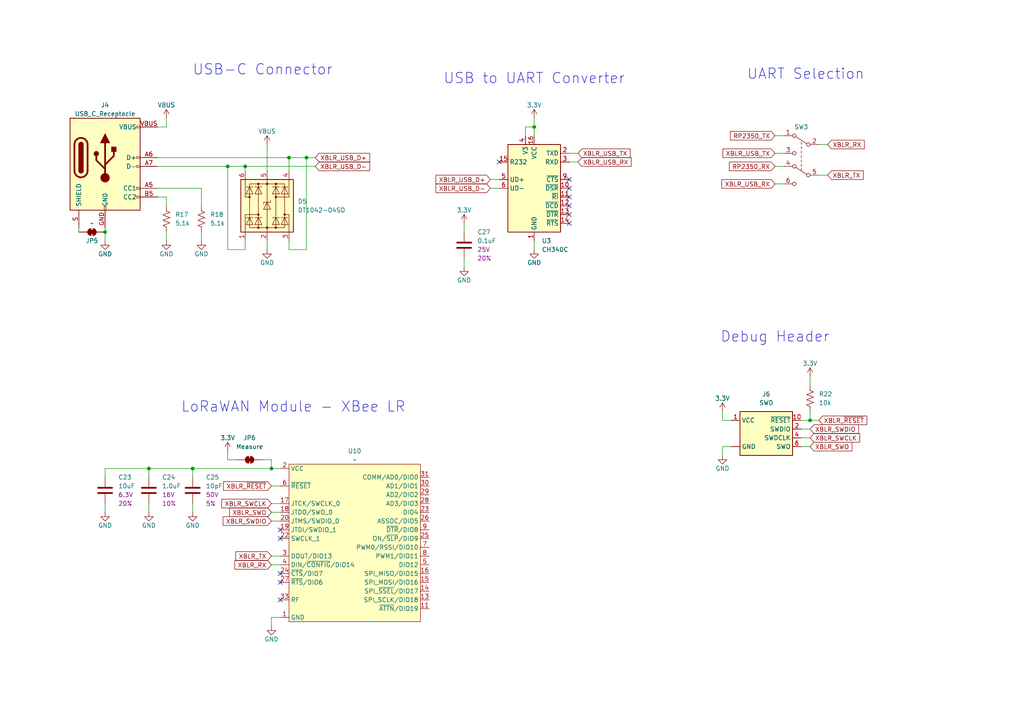
<source format=kicad_sch>
(kicad_sch (version 20231120) (generator "eeschema") (generator_version "8.0")
  (paper "A4")
  (lib_symbols
    (symbol "SparkFun-Capacitor:0.1uF_0603_25V_20%" (pin_numbers hide) (pin_names (offset 0.254))
      (property "Reference" "C" (at 0.635 2.54 0))
      (property "Value" "0.1uF" (at 0.635 -2.54 0))
      (property "Voltage" "25V" (at 0 -6.35 0))
      (property "Tolerance" "20%" (at 0 -8.89 0))
      (symbol "0.1uF_0603_25V_20%_0_1"
        (polyline (pts (xy -2.032 -0.762) (xy 2.032 -0.762)) (stroke (width 0.508)))
        (polyline (pts (xy -2.032 0.762) (xy 2.032 0.762)) (stroke (width 0.508)))
      )
      (symbol "0.1uF_0603_25V_20%_1_1"
        (pin passive line (at 0 3.81 270) (length 2.794) (name "~") (number "1"))
        (pin passive line (at 0 -3.81 90) (length 2.794) (name "~") (number "2"))
      )
    )
    (symbol "SparkFun-Capacitor:1.0uF_0603_16V_10%" (pin_numbers hide) (pin_names (offset 0.254))
      (property "Reference" "C" (at 0.635 2.54 0))
      (property "Value" "1.0uF" (at 0.635 -2.54 0))
      (property "Voltage" "16V" (at 0 -6.35 0))
      (property "Tolerance" "10%" (at 0 -8.89 0))
      (symbol "1.0uF_0603_16V_10%_0_1"
        (polyline (pts (xy -2.032 -0.762) (xy 2.032 -0.762)) (stroke (width 0.508)))
        (polyline (pts (xy -2.032 0.762) (xy 2.032 0.762)) (stroke (width 0.508)))
      )
      (symbol "1.0uF_0603_16V_10%_1_1"
        (pin passive line (at 0 3.81 270) (length 2.794) (name "~") (number "1"))
        (pin passive line (at 0 -3.81 90) (length 2.794) (name "~") (number "2"))
      )
    )
    (symbol "SparkFun-Capacitor:10pF_0603_50V_5%" (pin_numbers hide) (pin_names (offset 0.254))
      (property "Reference" "C" (at 0.635 2.54 0))
      (property "Value" "10pF" (at 0.635 -2.54 0))
      (property "Voltage" "50V" (at 0 -6.35 0))
      (property "Tolerance" "5%" (at 0 -8.89 0))
      (symbol "10pF_0603_50V_5%_0_1"
        (polyline (pts (xy -2.032 -0.762) (xy 2.032 -0.762)) (stroke (width 0.508)))
        (polyline (pts (xy -2.032 0.762) (xy 2.032 0.762)) (stroke (width 0.508)))
      )
      (symbol "10pF_0603_50V_5%_1_1"
        (pin passive line (at 0 3.81 270) (length 2.794) (name "~") (number "1"))
        (pin passive line (at 0 -3.81 90) (length 2.794) (name "~") (number "2"))
      )
    )
    (symbol "SparkFun-Capacitor:10uF_0603_6.3V_20%" (pin_numbers hide) (pin_names (offset 0.254))
      (property "Reference" "C" (at 0.635 2.54 0))
      (property "Value" "10uF" (at 0.635 -2.54 0))
      (property "Voltage" "6.3V" (at 0 -6.35 0))
      (property "Tolerance" "20%" (at 0 -8.89 0))
      (symbol "10uF_0603_6.3V_20%_0_1"
        (polyline (pts (xy -2.032 -0.762) (xy 2.032 -0.762)) (stroke (width 0.508)))
        (polyline (pts (xy -2.032 0.762) (xy 2.032 0.762)) (stroke (width 0.508)))
      )
      (symbol "10uF_0603_6.3V_20%_1_1"
        (pin passive line (at 0 3.81 270) (length 2.794) (name "~") (number "1"))
        (pin passive line (at 0 -3.81 90) (length 2.794) (name "~") (number "2"))
      )
    )
    (symbol "SparkFun-Connector:Debug-Cortex-2x5-SMD-Unshrouded"
      (property "Reference" "J" (at 0 8.89 0))
      (property "Value" "SWD" (at 0 -7.62 0))
      (symbol "Debug-Cortex-2x5-SMD-Unshrouded_1_0"
        (pin power_in line (at -10.16 5.08 0) (length 2.54) (name "VCC") (number "1"))
        (pin open_collector line (at 10.16 5.08 180) (length 2.54) (name "~{RESET}") (number "10"))
        (pin bidirectional line (at 10.16 2.54 180) (length 2.54) (name "SWDIO") (number "2"))
        (pin power_in line (at -10.16 -2.54 0) (length 2.54) (name "GND") (number "3"))
        (pin output line (at 10.16 0 180) (length 2.54) (name "SWDCLK") (number "4"))
        (pin power_in line (at -10.16 -2.54 0) (length 2.54) hide (name "GND") (number "5"))
        (pin input line (at 10.16 -2.54 180) (length 2.54) (name "SWO") (number "6"))
        (pin input line (at -10.16 -2.54 0) (length 2.54) hide (name "GND") (number "9"))
      )
      (symbol "Debug-Cortex-2x5-SMD-Unshrouded_1_1"
        (rectangle (start -7.62 7.62) (end 7.62 -5.08) (stroke (width 0.254)) (fill (type background)))
      )
    )
    (symbol "SparkFun-Connector:USB_C_Receptacle" (pin_names (offset 1.016))
      (property "Reference" "J" (at -10.16 12.7 0))
      (property "Value" "USB_C_Receptacle" (at 19.05 12.7 0))
      (symbol "USB_C_Receptacle_0_0"
        (rectangle (start -0.254 -15.24) (end 0.254 -14.224))
        (rectangle (start 10.16 -11.176) (end 9.144 -11.684))
        (rectangle (start 10.16 -8.636) (end 9.144 -9.144))
        (rectangle (start 10.16 -2.286) (end 9.144 -2.794))
        (rectangle (start 10.16 0.254) (end 9.144 -0.254))
        (rectangle (start 10.16 9.144) (end 9.144 8.636))
      )
      (symbol "USB_C_Receptacle_0_1"
        (rectangle (start -10.16 11.43) (end 10.16 -15.24) (stroke (width 0.254)) (fill (type background)))
        (arc (start -8.89 -3.81) (mid -6.985 -5.7067) (end -5.08 -3.81) (stroke (width 0.508)))
        (arc (start -7.62 -3.81) (mid -6.985 -4.4423) (end -6.35 -3.81) (stroke (width 0.254)))
        (arc (start -7.62 -3.81) (mid -6.985 -4.4423) (end -6.35 -3.81) (stroke (width 0.254)) (fill (type outline)))
        (rectangle (start -7.62 -3.81) (end -6.35 3.81) (stroke (width 0.254)) (fill (type outline)))
        (arc (start -6.35 3.81) (mid -6.985 4.4423) (end -7.62 3.81) (stroke (width 0.254)))
        (arc (start -6.35 3.81) (mid -6.985 4.4423) (end -7.62 3.81) (stroke (width 0.254)) (fill (type outline)))
        (arc (start -5.08 3.81) (mid -6.985 5.7067) (end -8.89 3.81) (stroke (width 0.508)))
        (circle (center -2.54 1.143) (radius 0.635) (stroke (width 0.254)) (fill (type outline)))
        (circle (center 0 -5.842) (radius 1.27) (fill (type outline)))
        (polyline (pts (xy -8.89 -3.81) (xy -8.89 3.81)) (stroke (width 0.508)))
        (polyline (pts (xy -5.08 3.81) (xy -5.08 -3.81)) (stroke (width 0.508)))
        (polyline (pts (xy 0 -5.842) (xy 0 4.318)) (stroke (width 0.508)))
        (polyline (pts (xy 0 -3.302) (xy -2.54 -0.762) (xy -2.54 0.508)) (stroke (width 0.508)))
        (polyline (pts (xy 0 -2.032) (xy 2.54 0.508) (xy 2.54 1.778)) (stroke (width 0.508)))
        (polyline (pts (xy -1.27 4.318) (xy 0 6.858) (xy 1.27 4.318) (xy -1.27 4.318)) (stroke (width 0.254)) (fill (type outline)))
        (rectangle (start 1.905 1.778) (end 3.175 3.048) (stroke (width 0.254)) (fill (type outline)))
      )
      (symbol "USB_C_Receptacle_1_1"
        (pin bidirectional line (at 15.24 -8.89 180) (length 5.08) (name "CC1") (number "A5"))
        (pin bidirectional line (at 15.24 0 180) (length 5.08) (name "D+") (number "A6"))
        (pin bidirectional line (at 15.24 -2.54 180) (length 5.08) (name "D-") (number "A7"))
        (pin no_connect line (at 3.81 -15.24 90) (length 5.08) hide (name "NC") (number "A8"))
        (pin bidirectional line (at 15.24 -11.43 180) (length 5.08) (name "CC2") (number "B5"))
        (pin bidirectional line (at 15.24 0 180) (length 5.08) hide (name "D+") (number "B6"))
        (pin bidirectional line (at 15.24 -2.54 180) (length 5.08) hide (name "D-") (number "B7"))
        (pin no_connect line (at 3.81 -15.24 90) (length 5.08) hide (name "NC") (number "B8"))
        (pin passive line (at 0 -20.32 90) (length 5.08) (name "GND") (number "GND"))
        (pin no_connect line (at -2.54 -15.24 90) (length 5.08) hide (name "NC") (number "NC1"))
        (pin no_connect line (at -2.54 -15.24 90) (length 5.08) hide (name "NC") (number "NC2"))
        (pin no_connect line (at -2.54 -15.24 90) (length 5.08) hide (name "NC") (number "NC3"))
        (pin passive line (at -7.62 -20.32 90) (length 5.08) (name "SHIELD") (number "S"))
        (pin passive line (at 15.24 8.89 180) (length 5.08) (name "VBUS") (number "VBUS"))
      )
    )
    (symbol "SparkFun-DiscreteSemi:D_TVS_ESD_USB" (pin_names hide)
      (property "Reference" "D" (at -8.636 -2.794 90))
      (property "Value" "DT1042-04SO" (at 9.398 -8.382 90))
      (symbol "D_TVS_ESD_USB_0_1"
        (circle (center -5.08 1.27) (radius 0.254) (fill (type outline)))
        (circle (center -2.54 -7.62) (radius 0.254) (fill (type outline)))
        (circle (center -2.54 -3.81) (radius 0.254) (fill (type outline)))
        (circle (center -2.54 5.08) (radius 0.254) (fill (type outline)))
        (rectangle (start -2.54 5.08) (end 2.54 -7.62))
        (circle (center 0 -7.62) (radius 0.254) (fill (type outline)))
        (polyline (pts (xy -5.08 1.27) (xy -6.35 1.27)))
        (polyline (pts (xy -4.064 -4.699) (xy -6.096 -4.699)))
        (polyline (pts (xy -4.064 4.191) (xy -6.096 4.191)))
        (polyline (pts (xy -2.54 -3.81) (xy -6.35 -3.81)))
        (polyline (pts (xy -1.524 -4.699) (xy -3.556 -4.699)))
        (polyline (pts (xy -1.524 4.191) (xy -3.556 4.191)))
        (polyline (pts (xy 0 -8.89) (xy 0 -7.62)))
        (polyline (pts (xy 0 -7.62) (xy 0 0)))
        (polyline (pts (xy 0 0) (xy 0 5.08)))
        (polyline (pts (xy 0 5.08) (xy 0 6.35)))
        (polyline (pts (xy 1.524 -4.699) (xy 3.556 -4.699)))
        (polyline (pts (xy 1.524 4.191) (xy 3.556 4.191)))
        (polyline (pts (xy 2.54 1.27) (xy 6.35 1.27)))
        (polyline (pts (xy 4.064 -4.699) (xy 6.096 -4.699)))
        (polyline (pts (xy 4.064 4.191) (xy 6.096 4.191)))
        (polyline (pts (xy 5.08 -3.81) (xy 6.35 -3.81)))
        (polyline (pts (xy -6.096 -6.731) (xy -4.064 -6.731) (xy -5.08 -4.699) (xy -6.096 -6.731)))
        (polyline (pts (xy -6.096 2.159) (xy -4.064 2.159) (xy -5.08 4.191) (xy -6.096 2.159)))
        (polyline (pts (xy -3.556 -6.731) (xy -1.524 -6.731) (xy -2.54 -4.699) (xy -3.556 -6.731)))
        (polyline (pts (xy -3.556 2.159) (xy -1.524 2.159) (xy -2.54 4.191) (xy -3.556 2.159)))
        (polyline (pts (xy -2.54 5.08) (xy -5.08 5.08) (xy -5.08 -7.62) (xy -2.54 -7.62)))
        (polyline (pts (xy -1.016 -2.286) (xy 1.016 -2.286) (xy 0 -0.254) (xy -1.016 -2.286)))
        (polyline (pts (xy 1.0152 0.2684) (xy 1.0152 -0.2538) (xy -1.016 -0.254) (xy -1.016 -0.762)))
        (polyline (pts (xy 2.54 5.08) (xy 5.08 5.08) (xy 5.08 -7.62) (xy 2.54 -7.62)))
        (polyline (pts (xy 3.556 -6.731) (xy 1.524 -6.731) (xy 2.54 -4.699) (xy 3.556 -6.731)))
        (polyline (pts (xy 3.556 2.159) (xy 1.524 2.159) (xy 2.54 4.191) (xy 3.556 2.159)))
        (polyline (pts (xy 6.096 -6.731) (xy 4.064 -6.731) (xy 5.08 -4.699) (xy 6.096 -6.731)))
        (polyline (pts (xy 6.096 2.159) (xy 4.064 2.159) (xy 5.08 4.191) (xy 6.096 2.159)))
        (circle (center 0 5.08) (radius 0.254) (fill (type outline)))
        (circle (center 2.54 -7.62) (radius 0.254) (fill (type outline)))
        (circle (center 2.54 1.27) (radius 0.254) (fill (type outline)))
        (circle (center 2.54 5.08) (radius 0.254) (fill (type outline)))
        (circle (center 5.08 -3.81) (radius 0.254) (fill (type outline)))
      )
      (symbol "D_TVS_ESD_USB_1_1"
        (rectangle (start -7.62 6.35) (end 7.62 -8.89) (stroke (width 0.254)) (fill (type background)))
        (polyline (pts (xy -6.35 -8.89) (xy -6.35 -3.81)))
        (polyline (pts (xy -6.35 6.35) (xy -6.35 1.27)))
        (polyline (pts (xy 6.35 -3.81) (xy 6.35 -8.89)))
        (polyline (pts (xy 6.35 1.27) (xy 6.35 6.35)))
        (pin passive line (at -6.35 -11.43 90) (length 2.54) (name "I/O1") (number "1"))
        (pin passive line (at 0 -11.43 90) (length 2.54) (name "GND") (number "2"))
        (pin passive line (at 6.35 -11.43 90) (length 2.54) (name "I/O2") (number "3"))
        (pin passive line (at 6.35 8.89 270) (length 2.54) (name "I/O3") (number "4"))
        (pin passive line (at 0 8.89 270) (length 2.54) (name "VCC") (number "5"))
        (pin passive line (at -6.35 8.89 270) (length 2.54) (name "I/O4") (number "6"))
      )
    )
    (symbol "SparkFun-IC-Comm:CH340C"
      (property "Reference" "U" (at 2.1941 -15.24 0))
      (property "Value" "CH340C" (at 2.1941 -17.78 0))
      (symbol "CH340C_0_1"
        (rectangle (start -7.62 12.7) (end 7.62 -12.7) (stroke (width 0.254)) (fill (type background)))
      )
      (symbol "CH340C_1_1"
        (pin power_in line (at 0 -15.24 90) (length 2.54) (name "GND") (number "1"))
        (pin input line (at 10.16 0 180) (length 2.54) (name "~{DSR}") (number "10"))
        (pin input line (at 10.16 -2.54 180) (length 2.54) (name "~{RI}") (number "11"))
        (pin input line (at 10.16 -5.08 180) (length 2.54) (name "~{DCD}") (number "12"))
        (pin output line (at 10.16 -7.62 180) (length 2.54) (name "~{DTR}") (number "13"))
        (pin output line (at 10.16 -10.16 180) (length 2.54) (name "~{RTS}") (number "14"))
        (pin input line (at -10.16 7.62 0) (length 2.54) (name "R232") (number "15"))
        (pin power_in line (at 0 15.24 270) (length 2.54) (name "VCC") (number "16"))
        (pin output line (at 10.16 10.16 180) (length 2.54) (name "TXD") (number "2"))
        (pin input line (at 10.16 7.62 180) (length 2.54) (name "RXD") (number "3"))
        (pin passive line (at -2.54 15.24 270) (length 2.54) (name "V3") (number "4"))
        (pin bidirectional line (at -10.16 2.54 0) (length 2.54) (name "UD+") (number "5"))
        (pin bidirectional line (at -10.16 0 0) (length 2.54) (name "UD-") (number "6"))
        (pin no_connect line (at -7.62 -7.62 0) (length 2.54) hide (name "NC") (number "7"))
        (pin no_connect line (at -7.62 -10.16 0) (length 2.54) hide (name "NC") (number "8"))
        (pin input line (at 10.16 2.54 180) (length 2.54) (name "~{CTS}") (number "9"))
      )
    )
    (symbol "SparkFun-Jumper:Jumper_Measure" (pin_numbers hide) (pin_names (offset 0) hide)
      (property "Reference" "JP" (at 0 2.032 0))
      (property "Value" "Measure" (at 0 -2.54 0))
      (symbol "Jumper_Measure_0_1"
        (rectangle (start -0.508 0.508) (end 0.508 -0.508) (fill (type outline)))
        (arc (start -0.254 1.016) (mid -1.2656 0) (end -0.254 -1.016))
        (arc (start -0.254 1.016) (mid -1.2656 0) (end -0.254 -1.016) (fill (type outline)))
        (polyline (pts (xy -0.254 1.016) (xy -0.254 -1.016)))
        (polyline (pts (xy 0.254 1.016) (xy 0.254 -1.016)))
        (arc (start 0.254 -1.016) (mid 1.2656 0) (end 0.254 1.016))
        (arc (start 0.254 -1.016) (mid 1.2656 0) (end 0.254 1.016) (fill (type outline)))
      )
      (symbol "Jumper_Measure_1_1"
        (pin passive line (at -3.81 0 0) (length 2.54) (name "A") (number "1"))
        (pin passive line (at 3.81 0 180) (length 2.54) (name "B") (number "2"))
      )
    )
    (symbol "SparkFun-Jumper:SolderJumper_2_Bridged" (pin_numbers hide) (pin_names (offset 0) hide)
      (property "Reference" "JP" (at 0 2.032 0))
      (property "Value" "~" (at 0 -2.54 0))
      (symbol "SolderJumper_2_Bridged_0_1"
        (rectangle (start -0.508 0.508) (end 0.508 -0.508) (fill (type outline)))
        (arc (start -0.254 1.016) (mid -1.2656 0) (end -0.254 -1.016))
        (arc (start -0.254 1.016) (mid -1.2656 0) (end -0.254 -1.016) (fill (type outline)))
        (polyline (pts (xy -0.254 1.016) (xy -0.254 -1.016)))
        (polyline (pts (xy 0.254 1.016) (xy 0.254 -1.016)))
        (arc (start 0.254 -1.016) (mid 1.2656 0) (end 0.254 1.016))
        (arc (start 0.254 -1.016) (mid 1.2656 0) (end 0.254 1.016) (fill (type outline)))
      )
      (symbol "SolderJumper_2_Bridged_1_1"
        (pin passive line (at -3.81 0 0) (length 2.54) (name "A") (number "1"))
        (pin passive line (at 3.81 0 180) (length 2.54) (name "B") (number "2"))
      )
    )
    (symbol "SparkFun-PowerSymbol:3.3V" (power) (pin_names (offset 0))
      (property "Value" "3.3V" (at 0 3.81 0))
      (symbol "3.3V_0_1"
        (polyline (pts (xy -0.762 1.27) (xy 0 2.54)))
        (polyline (pts (xy 0 0) (xy 0 2.54)))
        (polyline (pts (xy 0 2.54) (xy 0.762 1.27)))
      )
      (symbol "3.3V_1_1"
        (pin power_in line (at 0 0 90) (length 0) hide (name "3.3V") (number "1"))
      )
    )
    (symbol "SparkFun-PowerSymbol:GND" (power) (pin_names (offset 0))
      (property "Value" "GND" (at 0 -3.81 0))
      (symbol "GND_0_1"
        (polyline (pts (xy 0 0) (xy 0 -1.27) (xy 1.27 -1.27) (xy 0 -2.54) (xy -1.27 -1.27) (xy 0 -1.27)))
      )
      (symbol "GND_1_1"
        (pin power_in line (at 0 0 270) (length 0) hide (name "GND") (number "1"))
      )
    )
    (symbol "SparkFun-PowerSymbol:VBUS" (power) (pin_names (offset 0))
      (property "Value" "VBUS" (at 0 3.81 0))
      (symbol "VBUS_0_1"
        (polyline (pts (xy -0.762 1.27) (xy 0 2.54)))
        (polyline (pts (xy 0 0) (xy 0 2.54)))
        (polyline (pts (xy 0 2.54) (xy 0.762 1.27)))
      )
      (symbol "VBUS_1_1"
        (pin power_in line (at 0 0 90) (length 0) hide (name "VBUS") (number "1"))
      )
    )
    (symbol "SparkFun-Resistor:10k_0603" (pin_numbers hide) (pin_names (offset 0))
      (property "Reference" "R" (at 0 -2.54 0))
      (property "Value" "10k" (at 0 2.54 0))
      (symbol "10k_0603_0_1"
        (polyline (pts (xy -2.286 0) (xy -2.54 0)))
        (polyline (pts (xy 2.286 0) (xy 2.54 0)))
        (polyline (pts (xy -0.762 0) (xy -1.143 -1.016) (xy -1.524 0) (xy -1.905 1.016) (xy -2.286 0)))
        (polyline (pts (xy 0.762 0) (xy 0.381 -1.016) (xy 0 0) (xy -0.381 1.016) (xy -0.762 0)))
        (polyline (pts (xy 2.286 0) (xy 1.905 -1.016) (xy 1.524 0) (xy 1.143 1.016) (xy 0.762 0)))
      )
      (symbol "10k_0603_1_1"
        (pin passive line (at 3.81 0 180) (length 1.27) (name "~") (number "1"))
        (pin passive line (at -3.81 0 0) (length 1.27) (name "~") (number "2"))
      )
    )
    (symbol "SparkFun-Resistor:5.1k_0603" (pin_numbers hide) (pin_names (offset 0))
      (property "Reference" "R" (at 0 -2.54 0))
      (property "Value" "5.1k" (at 0 2.54 0))
      (symbol "5.1k_0603_0_1"
        (polyline (pts (xy -2.286 0) (xy -2.54 0)))
        (polyline (pts (xy 2.286 0) (xy 2.54 0)))
        (polyline (pts (xy -0.762 0) (xy -1.143 -1.016) (xy -1.524 0) (xy -1.905 1.016) (xy -2.286 0)))
        (polyline (pts (xy 0.762 0) (xy 0.381 -1.016) (xy 0 0) (xy -0.381 1.016) (xy -0.762 0)))
        (polyline (pts (xy 2.286 0) (xy 1.905 -1.016) (xy 1.524 0) (xy 1.143 1.016) (xy 0.762 0)))
      )
      (symbol "5.1k_0603_1_1"
        (pin passive line (at 3.81 0 180) (length 1.27) (name "~") (number "1"))
        (pin passive line (at -3.81 0 0) (length 1.27) (name "~") (number "2"))
      )
    )
    (symbol "SparkFun-Switch:DPDT_Slide_SMD_7.2x3.5mm" (pin_names (offset 0) hide)
      (property "Reference" "SW" (at 0 4.318 0))
      (property "Value" "DPDT_Slide_SMD_7.2x3.5mm" (at 0 -13.97 0))
      (symbol "DPDT_Slide_SMD_7.2x3.5mm_0_0"
        (circle (center -2.032 -8.89) (radius 0.508))
        (circle (center -2.032 0) (radius 0.508))
        (polyline (pts (xy 0 -7.62) (xy 0 -6.985)))
        (polyline (pts (xy 0 -6.35) (xy 0 -5.715)))
        (polyline (pts (xy 0 -5.08) (xy 0 -4.445)))
        (polyline (pts (xy 0 -3.81) (xy 0 -3.175)))
        (polyline (pts (xy 0 -2.54) (xy 0 -1.905)))
        (polyline (pts (xy 0 -1.27) (xy 0 -0.635)))
        (polyline (pts (xy 0 0) (xy 0 0.635)))
        (circle (center 2.032 -11.43) (radius 0.508))
        (circle (center 2.032 -2.54) (radius 0.508))
      )
      (symbol "DPDT_Slide_SMD_7.2x3.5mm_0_1"
        (polyline (pts (xy -1.524 -8.636) (xy 1.651 -6.604)))
        (polyline (pts (xy -1.524 0.254) (xy 1.651 2.286)))
        (circle (center 2.032 -6.35) (radius 0.508))
        (circle (center 2.032 2.54) (radius 0.508))
      )
      (symbol "DPDT_Slide_SMD_7.2x3.5mm_1_1"
        (pin passive line (at 5.08 2.54 180) (length 2.54) (name "A") (number "1"))
        (pin passive line (at -5.08 0 0) (length 2.54) (name "B") (number "2"))
        (pin passive line (at 5.08 -2.54 180) (length 2.54) (name "C") (number "3"))
        (pin passive line (at 5.08 -6.35 180) (length 2.54) (name "A") (number "4"))
        (pin passive line (at -5.08 -8.89 0) (length 2.54) (name "B") (number "5"))
        (pin passive line (at 5.08 -11.43 180) (length 2.54) (name "C") (number "6"))
      )
    )
    (symbol "SparkFun_IoT_Node_LoRaWAN:XBee_LR"
      (property "Reference" "U" (at 0 0 0))
      (symbol "XBee_LR_1_1"
        (rectangle (start -19.05 22.86) (end 19.05 -22.86) (fill (type background)))
        (pin power_in line (at -21.59 -21.59 0) (length 2.54) (name "GND") (number "1"))
        (pin power_in line (at -21.59 -21.59 0) (length 2.54) hide (name "GND") (number "10"))
        (pin bidirectional line (at 21.59 -19.05 180) (length 2.54) (name "~{ATTN}/DIO19") (number "11"))
        (pin power_in line (at -21.59 -21.59 0) (length 2.54) hide (name "GND") (number "12"))
        (pin bidirectional line (at 21.59 -16.51 180) (length 2.54) (name "SPI_SCLK/DIO18") (number "13"))
        (pin bidirectional line (at 21.59 -13.97 180) (length 2.54) (name "SPI_~{SSEL}/DIO17") (number "14"))
        (pin bidirectional line (at 21.59 -11.43 180) (length 2.54) (name "SPI_MOSI/DIO16") (number "15"))
        (pin bidirectional line (at 21.59 -8.89 180) (length 2.54) (name "SPI_MISO/DIO15") (number "16"))
        (pin input line (at -21.59 11.43 0) (length 2.54) (name "JTCK/SWCLK_0") (number "17"))
        (pin output line (at -21.59 8.89 0) (length 2.54) (name "JTDO/SWO_0") (number "18"))
        (pin bidirectional line (at -21.59 3.81 0) (length 2.54) (name "JTDI/SWDIO_1") (number "19"))
        (pin power_in line (at -21.59 21.59 0) (length 2.54) (name "VCC") (number "2"))
        (pin bidirectional line (at -21.59 6.35 0) (length 2.54) (name "JTMS/SWDIO_0") (number "20"))
        (pin power_in line (at -21.59 -21.59 0) (length 2.54) hide (name "GND") (number "21"))
        (pin input line (at -21.59 1.27 0) (length 2.54) (name "SWCLK_1") (number "22"))
        (pin bidirectional line (at 21.59 8.89 180) (length 2.54) (name "DIO4") (number "23"))
        (pin bidirectional line (at -21.59 -8.89 0) (length 2.54) (name "~{CTS}/DIO7") (number "24"))
        (pin bidirectional line (at 21.59 1.27 180) (length 2.54) (name "ON/~{SLP}/DIO9") (number "25"))
        (pin bidirectional line (at 21.59 6.35 180) (length 2.54) (name "ASSOC/DIO5") (number "26"))
        (pin bidirectional line (at -21.59 -11.43 0) (length 2.54) (name "~{RTS}/DIO6") (number "27"))
        (pin bidirectional line (at 21.59 11.43 180) (length 2.54) (name "AD3/DIO3") (number "28"))
        (pin bidirectional line (at 21.59 13.97 180) (length 2.54) (name "AD2/DIO2") (number "29"))
        (pin bidirectional line (at -21.59 -3.81 0) (length 2.54) (name "DOUT/DIO13") (number "3"))
        (pin bidirectional line (at 21.59 16.51 180) (length 2.54) (name "AD1/DIO1") (number "30"))
        (pin bidirectional line (at 21.59 19.05 180) (length 2.54) (name "COMM/AD0/DIO0") (number "31"))
        (pin power_in line (at -21.59 -21.59 0) (length 2.54) hide (name "GND") (number "32"))
        (pin bidirectional line (at -21.59 -16.51 0) (length 2.54) (name "RF") (number "33"))
        (pin power_in line (at -21.59 -21.59 0) (length 2.54) hide (name "GND") (number "34"))
        (pin bidirectional line (at -21.59 -6.35 0) (length 2.54) (name "DIN/~{CONFIG}/DIO14") (number "4"))
        (pin bidirectional line (at 21.59 -6.35 180) (length 2.54) (name "DIO12") (number "5"))
        (pin input line (at -21.59 16.51 0) (length 2.54) (name "~{RESET}") (number "6"))
        (pin bidirectional line (at 21.59 -1.27 180) (length 2.54) (name "PWM0/RSSI/DIO10") (number "7"))
        (pin bidirectional line (at 21.59 -3.81 180) (length 2.54) (name "PWM1/DIO11") (number "8"))
        (pin bidirectional line (at 21.59 3.81 180) (length 2.54) (name "~{DTR}/DIO8") (number "9"))
      )
    )
  )
  (junction (at 30.48 67.31))
  (junction (at 66.04 48.26))
  (junction (at 43.18 135.89))
  (junction (at 78.74 135.89))
  (junction (at 55.88 135.89))
  (junction (at 88.9 45.72))
  (junction (at 154.94 36.83))
  (junction (at 71.12 48.26))
  (junction (at 234.95 121.92))
  (junction (at 83.82 45.72))
  (no_connect (at 81.28 156.21))
  (no_connect (at 81.28 168.91))
  (no_connect (at 165.1 54.61))
  (no_connect (at 81.28 166.37))
  (no_connect (at 165.1 59.69))
  (no_connect (at 81.28 153.67))
  (no_connect (at 165.1 62.23))
  (no_connect (at 165.1 57.15))
  (no_connect (at 165.1 52.07))
  (no_connect (at 144.78 46.99))
  (no_connect (at 81.28 173.99))
  (no_connect (at 165.1 64.77))
  (wire (pts (xy 224.79 39.37) (xy 227.33 39.37)))
  (wire (pts (xy 237.49 121.92) (xy 234.95 121.92)))
  (wire (pts (xy 234.95 121.92) (xy 232.41 121.92)))
  (wire (pts (xy 88.9 45.72) (xy 88.9 72.39)))
  (wire (pts (xy 234.95 127) (xy 232.41 127)))
  (wire (pts (xy 78.74 140.97) (xy 81.28 140.97)))
  (wire (pts (xy 71.12 72.39) (xy 66.04 72.39)))
  (wire (pts (xy 55.88 148.59) (xy 55.88 146.05)))
  (wire (pts (xy 209.55 129.54) (xy 209.55 132.08)))
  (wire (pts (xy 43.18 135.89) (xy 55.88 135.89)))
  (wire (pts (xy 212.09 129.54) (xy 209.55 129.54)))
  (wire (pts (xy 45.72 54.61) (xy 58.42 54.61)))
  (wire (pts (xy 224.79 48.26) (xy 227.33 48.26)))
  (wire (pts (xy 152.4 36.83) (xy 154.94 36.83)))
  (wire (pts (xy 134.62 74.93) (xy 134.62 77.47)))
  (wire (pts (xy 78.74 161.29) (xy 81.28 161.29)))
  (wire (pts (xy 43.18 138.43) (xy 43.18 135.89)))
  (wire (pts (xy 30.48 138.43) (xy 30.48 135.89)))
  (wire (pts (xy 240.03 41.91) (xy 237.49 41.91)))
  (wire (pts (xy 144.78 52.07) (xy 142.24 52.07)))
  (wire (pts (xy 78.74 179.07) (xy 78.74 181.61)))
  (wire (pts (xy 78.74 151.13) (xy 81.28 151.13)))
  (wire (pts (xy 77.47 69.85) (xy 77.47 72.39)))
  (wire (pts (xy 234.95 119.38) (xy 234.95 121.92)))
  (wire (pts (xy 167.64 46.99) (xy 165.1 46.99)))
  (wire (pts (xy 66.04 48.26) (xy 66.04 72.39)))
  (wire (pts (xy 209.55 121.92) (xy 209.55 119.38)))
  (wire (pts (xy 45.72 57.15) (xy 48.26 57.15)))
  (wire (pts (xy 45.72 45.72) (xy 83.82 45.72)))
  (wire (pts (xy 30.48 66.04) (xy 30.48 67.31)))
  (wire (pts (xy 209.55 121.92) (xy 212.09 121.92)))
  (wire (pts (xy 78.74 163.83) (xy 81.28 163.83)))
  (wire (pts (xy 48.26 57.15) (xy 48.26 59.69)))
  (wire (pts (xy 71.12 48.26) (xy 91.44 48.26)))
  (wire (pts (xy 45.72 36.83) (xy 48.26 36.83)))
  (wire (pts (xy 154.94 36.83) (xy 154.94 39.37)))
  (wire (pts (xy 78.74 146.05) (xy 81.28 146.05)))
  (wire (pts (xy 71.12 48.26) (xy 71.12 49.53)))
  (wire (pts (xy 71.12 69.85) (xy 71.12 72.39)))
  (wire (pts (xy 77.47 41.91) (xy 77.47 49.53)))
  (wire (pts (xy 144.78 54.61) (xy 142.24 54.61)))
  (wire (pts (xy 55.88 135.89) (xy 78.74 135.89)))
  (wire (pts (xy 22.86 66.04) (xy 22.86 67.31)))
  (wire (pts (xy 78.74 135.89) (xy 81.28 135.89)))
  (wire (pts (xy 154.94 34.29) (xy 154.94 36.83)))
  (wire (pts (xy 68.58 133.35) (xy 66.04 133.35)))
  (wire (pts (xy 55.88 138.43) (xy 55.88 135.89)))
  (wire (pts (xy 152.4 39.37) (xy 152.4 36.83)))
  (wire (pts (xy 134.62 64.77) (xy 134.62 67.31)))
  (wire (pts (xy 234.95 109.22) (xy 234.95 111.76)))
  (wire (pts (xy 48.26 67.31) (xy 48.26 69.85)))
  (wire (pts (xy 58.42 67.31) (xy 58.42 69.85)))
  (wire (pts (xy 30.48 148.59) (xy 30.48 146.05)))
  (wire (pts (xy 88.9 45.72) (xy 91.44 45.72)))
  (wire (pts (xy 154.94 72.39) (xy 154.94 69.85)))
  (wire (pts (xy 83.82 72.39) (xy 88.9 72.39)))
  (wire (pts (xy 58.42 54.61) (xy 58.42 59.69)))
  (wire (pts (xy 30.48 135.89) (xy 43.18 135.89)))
  (wire (pts (xy 83.82 45.72) (xy 83.82 49.53)))
  (wire (pts (xy 83.82 72.39) (xy 83.82 69.85)))
  (wire (pts (xy 224.79 53.34) (xy 227.33 53.34)))
  (wire (pts (xy 224.79 44.45) (xy 227.33 44.45)))
  (wire (pts (xy 83.82 45.72) (xy 88.9 45.72)))
  (wire (pts (xy 78.74 148.59) (xy 81.28 148.59)))
  (wire (pts (xy 30.48 67.31) (xy 30.48 69.85)))
  (wire (pts (xy 78.74 133.35) (xy 78.74 135.89)))
  (wire (pts (xy 45.72 48.26) (xy 66.04 48.26)))
  (wire (pts (xy 167.64 44.45) (xy 165.1 44.45)))
  (wire (pts (xy 81.28 179.07) (xy 78.74 179.07)))
  (wire (pts (xy 43.18 148.59) (xy 43.18 146.05)))
  (wire (pts (xy 66.04 48.26) (xy 71.12 48.26)))
  (wire (pts (xy 240.03 50.8) (xy 237.49 50.8)))
  (wire (pts (xy 48.26 36.83) (xy 48.26 34.29)))
  (wire (pts (xy 66.04 133.35) (xy 66.04 130.81)))
  (wire (pts (xy 234.95 129.54) (xy 232.41 129.54)))
  (wire (pts (xy 234.95 124.46) (xy 232.41 124.46)))
  (wire (pts (xy 76.2 133.35) (xy 78.74 133.35)))
  (text "Debug Header" (at 224.79 97.79 0) (effects (font (size 3 3))))
  (text "USB to UART Converter" (at 154.94 22.86 0) (effects (font (size 3 3))))
  (text "LoRaWAN Module - XBee LR" (at 85.09 118.11 0) (effects (font (size 3 3))))
  (text "UART Selection" (at 233.68 21.59 0) (effects (font (size 3 3))))
  (text "USB-C Connector" (at 76.2 20.32 0) (effects (font (size 3 3))))
  (global_label "XBLR_RX" (shape input) (at 78.74 163.83 180) (property "Intersheetrefs" "${INTERSHEET_REFS}" (effects (hide yes))))
  (global_label "XBLR_USB_D-" (shape input) (at 142.24 54.61 180) (property "Intersheetrefs" "${INTERSHEET_REFS}" (effects (hide yes))))
  (global_label "XBLR_USB_D-" (shape input) (at 91.44 48.26 0) (property "Intersheetrefs" "${INTERSHEET_REFS}" (effects (hide yes))))
  (global_label "XBLR_RX" (shape input) (at 240.03 41.91 0) (property "Intersheetrefs" "${INTERSHEET_REFS}" (effects (hide yes))))
  (global_label "XBLR_TX" (shape input) (at 78.74 161.29 180) (property "Intersheetrefs" "${INTERSHEET_REFS}" (effects (hide yes))))
  (global_label "XBLR_~{RESET}" (shape input) (at 237.49 121.92 0) (property "Intersheetrefs" "${INTERSHEET_REFS}" (effects (hide yes))))
  (global_label "XBLR_USB_RX" (shape input) (at 167.64 46.99 0) (property "Intersheetrefs" "${INTERSHEET_REFS}" (effects (hide yes))))
  (global_label "XBLR_SWO" (shape input) (at 234.95 129.54 0) (property "Intersheetrefs" "${INTERSHEET_REFS}" (effects (hide yes))))
  (global_label "XBLR_USB_RX" (shape input) (at 224.79 53.34 180) (property "Intersheetrefs" "${INTERSHEET_REFS}" (effects (hide yes))))
  (global_label "XBLR_USB_D+" (shape input) (at 91.44 45.72 0) (property "Intersheetrefs" "${INTERSHEET_REFS}" (effects (hide yes))))
  (global_label "RP2350_TX" (shape input) (at 224.79 39.37 180) (property "Intersheetrefs" "${INTERSHEET_REFS}" (effects (hide yes))))
  (global_label "XBLR_SWCLK" (shape input) (at 78.74 146.05 180) (property "Intersheetrefs" "${INTERSHEET_REFS}" (effects (hide yes))))
  (global_label "XBLR_SWCLK" (shape input) (at 234.95 127 0) (property "Intersheetrefs" "${INTERSHEET_REFS}" (effects (hide yes))))
  (global_label "XBLR_SWDIO" (shape input) (at 78.74 151.13 180) (property "Intersheetrefs" "${INTERSHEET_REFS}" (effects (hide yes))))
  (global_label "XBLR_~{RESET}" (shape input) (at 78.74 140.97 180) (property "Intersheetrefs" "${INTERSHEET_REFS}" (effects (hide yes))))
  (global_label "XBLR_SWO" (shape input) (at 78.74 148.59 180) (property "Intersheetrefs" "${INTERSHEET_REFS}" (effects (hide yes))))
  (global_label "RP2350_RX" (shape input) (at 224.79 48.26 180) (property "Intersheetrefs" "${INTERSHEET_REFS}" (effects (hide yes))))
  (global_label "XBLR_SWDIO" (shape input) (at 234.95 124.46 0) (property "Intersheetrefs" "${INTERSHEET_REFS}" (effects (hide yes))))
  (global_label "XBLR_USB_TX" (shape input) (at 167.64 44.45 0) (property "Intersheetrefs" "${INTERSHEET_REFS}" (effects (hide yes))))
  (global_label "XBLR_USB_TX" (shape input) (at 224.79 44.45 180) (property "Intersheetrefs" "${INTERSHEET_REFS}" (effects (hide yes))))
  (global_label "XBLR_TX" (shape input) (at 240.03 50.8 0) (property "Intersheetrefs" "${INTERSHEET_REFS}" (effects (hide yes))))
  (global_label "XBLR_USB_D+" (shape input) (at 142.24 52.07 180) (property "Intersheetrefs" "${INTERSHEET_REFS}" (effects (hide yes))))
  (symbol (lib_id "SparkFun-Connector:Debug-Cortex-2x5-SMD-Unshrouded") (at 222.25 127 0) (unit 1)
    (property "Reference" "J6" (at 222.25 114.3 0))
    (property "Value" "SWD" (at 222.25 116.84 0))
    (property "Footprint" "SparkFun-Connector:2x5_1.27mm_SMD_Unshrouded" (effects (hide yes)))
    (property "Datasheet" "https://cdn.sparkfun.com/assets/f/7/4/1/5/21200.pdf" (effects (hide yes)))
    (property "Description" "Cortex Debug Connector 10 pin" (effects (hide yes)))
    (property "PROD_ID" "CONN-15353" (effects (hide yes)))
  )
  (symbol (lib_id "SparkFun-PowerSymbol:3.3V") (at 66.04 130.81 0) (unit 1)
    (property "Reference" "#PWR0101" (effects (hide yes)))
    (property "Value" "3.3V" (at 66.04 127 0))
    (property "Description" "Power symbol creates a global label with name \"3.3V\"" (effects (hide yes)))
  )
  (symbol (lib_id "SparkFun-PowerSymbol:GND") (at 134.62 77.47 0) (unit 1)
    (property "Reference" "#PWR0109" (effects (hide yes)))
    (property "Value" "GND" (at 134.62 81.28 0))
    (property "Description" "Power symbol creates a global label with name \"GND\" , ground" (effects (hide yes)))
  )
  (symbol (lib_id "SparkFun-PowerSymbol:GND") (at 30.48 69.85 0) (unit 1)
    (property "Reference" "#PWR03" (effects (hide yes)))
    (property "Value" "GND" (at 30.48 73.66 0))
    (property "Description" "Power symbol creates a global label with name \"GND\" , ground" (effects (hide yes)))
  )
  (symbol (lib_id "SparkFun-Capacitor:1.0uF_0603_16V_10%") (at 43.18 142.24 0) (unit 1)
    (property "Reference" "C24" (at 46.99 138.4299 0) (effects (justify left)))
    (property "Value" "1.0uF" (at 46.99 140.9699 0) (effects (justify left)))
    (property "Footprint" "SparkFun-Capacitor:C_0603_1608Metric" (effects (hide yes)))
    (property "Datasheet" "https://cdn.sparkfun.com/assets/8/a/4/a/5/Kemet_Capacitor_Datasheet.pdf" (effects (hide yes)))
    (property "Description" "Unpolarized capacitor" (effects (hide yes)))
    (property "PROD_ID" "CAP-13930" (effects (hide yes)))
    (property "Voltage" "16V" (at 46.99 143.5099 0) (effects (justify left)))
    (property "Tolerance" "10%" (at 46.99 146.0499 0) (effects (justify left)))
  )
  (symbol (lib_id "SparkFun-PowerSymbol:3.3V") (at 154.94 34.29 0) (unit 1)
    (property "Reference" "#PWR04" (effects (hide yes)))
    (property "Value" "3.3V" (at 154.94 30.48 0))
    (property "Description" "Power symbol creates a global label with name \"3.3V\"" (effects (hide yes)))
  )
  (symbol (lib_id "SparkFun-PowerSymbol:3.3V") (at 134.62 64.77 0) (unit 1)
    (property "Reference" "#PWR0108" (effects (hide yes)))
    (property "Value" "3.3V" (at 134.62 60.96 0))
    (property "Description" "Power symbol creates a global label with name \"3.3V\"" (effects (hide yes)))
  )
  (symbol (lib_id "SparkFun-Jumper:Jumper_Measure") (at 72.39 133.35 0) (unit 1)
    (property "Reference" "JP6" (at 72.39 127 0))
    (property "Value" "Measure" (at 72.39 129.54 0))
    (property "Footprint" "SparkFun-Jumper:Jumper_2_PTH_SMD_Combo-NC" (effects (hide yes)))
    (property "Description" "Solder Jumper, 2-pole, closed/bridged" (effects (hide yes)))
  )
  (symbol (lib_id "SparkFun-PowerSymbol:GND") (at 77.47 72.39 0) (unit 1)
    (property "Reference" "#PWR097" (effects (hide yes)))
    (property "Value" "GND" (at 77.47 76.2 0))
    (property "Description" "Power symbol creates a global label with name \"GND\" , ground" (effects (hide yes)))
  )
  (symbol (lib_id "SparkFun_IoT_Node_LoRaWAN:XBee_LR") (at 102.87 157.48 0) (unit 1)
    (property "Reference" "U10" (at 102.87 130.81 0))
    (property "Value" "~" (at 102.87 133.35 0))
    (property "Footprint" "SparkFun_IoT_Node_LoRaWAN:XBee_LR" (effects (hide yes)))
  )
  (symbol (lib_id "SparkFun-Capacitor:10pF_0603_50V_5%") (at 55.88 142.24 0) (unit 1)
    (property "Reference" "C25" (at 59.69 138.4299 0) (effects (justify left)))
    (property "Value" "10pF" (at 59.69 140.9699 0) (effects (justify left)))
    (property "Footprint" "SparkFun-Capacitor:C_0603_1608Metric" (effects (hide yes)))
    (property "Datasheet" "https://cdn.sparkfun.com/assets/8/a/4/a/5/Kemet_Capacitor_Datasheet.pdf" (effects (hide yes)))
    (property "Description" "Unpolarized capacitor" (effects (hide yes)))
    (property "PROD_ID" "CAP-11812" (effects (hide yes)))
    (property "Voltage" "50V" (at 59.69 143.5099 0) (effects (justify left)))
    (property "Tolerance" "5%" (at 59.69 146.0499 0) (effects (justify left)))
  )
  (symbol (lib_id "SparkFun-Resistor:10k_0603") (at 234.95 115.57 90) (unit 1)
    (property "Reference" "R22" (at 237.49 114.2999 90) (effects (justify right)))
    (property "Value" "10k" (at 237.49 116.8399 90) (effects (justify right)))
    (property "Footprint" "SparkFun-Resistor:R_0603_1608Metric" (effects (hide yes)))
    (property "Datasheet" "https://www.vishay.com/docs/20035/dcrcwe3.pdf" (effects (hide yes)))
    (property "Description" "Resistor" (effects (hide yes)))
    (property "PROD_ID" "RES-00824" (effects (hide yes)))
  )
  (symbol (lib_id "SparkFun-Connector:USB_C_Receptacle") (at 30.48 45.72 0) (unit 1)
    (property "Reference" "J4" (at 30.48 30.48 0))
    (property "Value" "USB_C_Receptacle" (at 30.48 33.02 0))
    (property "Footprint" "SparkFun-Connector:USB-C_16" (effects (hide yes)))
    (property "Datasheet" "https://www.usb.org/sites/default/files/documents/usb_type-c.zip" (effects (hide yes)))
    (property "Description" "USB 2.0-only Type-C Receptacle connector" (effects (hide yes)))
    (property "PROD_ID" "CONN-14122" (effects (hide yes)))
  )
  (symbol (lib_id "SparkFun-Jumper:SolderJumper_2_Bridged") (at 26.67 67.31 0) (unit 1)
    (property "Reference" "JP5" (at 26.67 69.85 0))
    (property "Value" "~" (at 26.67 64.77 0))
    (property "Footprint" "SparkFun-Jumper:Jumper_2_NC_Trace" (effects (hide yes)))
    (property "Description" "Solder Jumper, 2-pole, closed/bridged" (effects (hide yes)))
  )
  (symbol (lib_id "SparkFun-Resistor:5.1k_0603") (at 48.26 63.5 90) (unit 1)
    (property "Reference" "R17" (at 50.8 62.2299 90) (effects (justify right)))
    (property "Value" "5.1k" (at 50.8 64.7699 90) (effects (justify right)))
    (property "Footprint" "SparkFun-Resistor:R_0603_1608Metric" (effects (hide yes)))
    (property "Datasheet" "https://www.vishay.com/docs/20035/dcrcwe3.pdf" (effects (hide yes)))
    (property "Description" "Resistor" (effects (hide yes)))
    (property "PROD_ID" "RES-12083" (effects (hide yes)))
  )
  (symbol (lib_id "SparkFun-DiscreteSemi:D_TVS_ESD_USB") (at 77.47 58.42 0) (unit 1)
    (property "Reference" "D5" (at 86.36 58.4199 0) (effects (justify left)))
    (property "Value" "DT1042-04SO" (at 86.36 60.9599 0) (effects (justify left)))
    (property "Footprint" "SparkFun-Semiconductor-Standard:SOT23-6" (effects (hide yes)))
    (property "Datasheet" "https://www.diodes.com/assets/Datasheets/DT1042-04SO.pdf" (effects (hide yes)))
    (property "Description" "Very low capacitance ESD protection diode, 4 data-line, SOT-23-6" (effects (hide yes)))
    (property "PROD_ID" "IC-13538" (effects (hide yes)))
  )
  (symbol (lib_id "SparkFun-Capacitor:10uF_0603_6.3V_20%") (at 30.48 142.24 0) (unit 1)
    (property "Reference" "C23" (at 34.29 138.4299 0) (effects (justify left)))
    (property "Value" "10uF" (at 34.29 140.9699 0) (effects (justify left)))
    (property "Footprint" "SparkFun-Capacitor:C_0603_1608Metric" (effects (hide yes)))
    (property "Datasheet" "https://cdn.sparkfun.com/assets/8/a/4/a/5/Kemet_Capacitor_Datasheet.pdf" (effects (hide yes)))
    (property "Description" "Unpolarized capacitor" (effects (hide yes)))
    (property "PROD_ID" "CAP-11015" (effects (hide yes)))
    (property "Voltage" "6.3V" (at 34.29 143.5099 0) (effects (justify left)))
    (property "Tolerance" "20%" (at 34.29 146.0499 0) (effects (justify left)))
  )
  (symbol (lib_id "SparkFun-PowerSymbol:3.3V") (at 234.95 109.22 0) (unit 1)
    (property "Reference" "#PWR0110" (effects (hide yes)))
    (property "Value" "3.3V" (at 234.95 105.41 0))
    (property "Description" "Power symbol creates a global label with name \"3.3V\"" (effects (hide yes)))
  )
  (symbol (lib_id "SparkFun-PowerSymbol:GND") (at 154.94 72.39 0) (unit 1)
    (property "Reference" "#PWR089" (effects (hide yes)))
    (property "Value" "GND" (at 154.94 76.2 0))
    (property "Description" "Power symbol creates a global label with name \"GND\" , ground" (effects (hide yes)))
  )
  (symbol (lib_id "SparkFun-PowerSymbol:GND") (at 30.48 148.59 0) (unit 1)
    (property "Reference" "#PWR098" (effects (hide yes)))
    (property "Value" "GND" (at 30.48 152.4 0))
    (property "Description" "Power symbol creates a global label with name \"GND\" , ground" (effects (hide yes)))
  )
  (symbol (lib_id "SparkFun-PowerSymbol:GND") (at 209.55 132.08 0) (unit 1)
    (property "Reference" "#PWR095" (effects (hide yes)))
    (property "Value" "GND" (at 209.55 135.89 0))
    (property "Description" "Power symbol creates a global label with name \"GND\" , ground" (effects (hide yes)))
  )
  (symbol (lib_id "SparkFun-Switch:DPDT_Slide_SMD_7.2x3.5mm") (at 232.41 41.91 0) (mirror y) (unit 1)
    (property "Reference" "SW3" (at 232.41 36.83 0))
    (property "Value" "DPDT_Slide_SMD_7.2x3.5mm" (effects (hide yes)))
    (property "Footprint" "SparkFun-Switch:Slide_DPDT_SMD_7.2x3.5mm" (effects (hide yes)))
    (property "Datasheet" "https://www.sparkfun.com/datasheets/Components/SW_slide_ayz.pdf" (effects (hide yes)))
    (property "Description" "Switch dual pole double throw" (effects (hide yes)))
    (property "PROD_ID" "SWCH-08179" (effects (hide yes)))
    (property "Mfg Part#" "ABC" (effects (hide yes)))
  )
  (symbol (lib_id "SparkFun-PowerSymbol:GND") (at 78.74 181.61 0) (unit 1)
    (property "Reference" "#PWR0102" (effects (hide yes)))
    (property "Value" "GND" (at 78.74 185.42 0))
    (property "Description" "Power symbol creates a global label with name \"GND\" , ground" (effects (hide yes)))
  )
  (symbol (lib_id "SparkFun-PowerSymbol:GND") (at 48.26 69.85 0) (unit 1)
    (property "Reference" "#PWR092" (effects (hide yes)))
    (property "Value" "GND" (at 48.26 73.66 0))
    (property "Description" "Power symbol creates a global label with name \"GND\" , ground" (effects (hide yes)))
  )
  (symbol (lib_id "SparkFun-Capacitor:0.1uF_0603_25V_20%") (at 134.62 71.12 0) (unit 1)
    (property "Reference" "C27" (at 138.43 67.3099 0) (effects (justify left)))
    (property "Value" "0.1uF" (at 138.43 69.8499 0) (effects (justify left)))
    (property "Footprint" "SparkFun-Capacitor:C_0603_1608Metric" (effects (hide yes)))
    (property "Datasheet" "https://cdn.sparkfun.com/assets/8/a/4/a/5/Kemet_Capacitor_Datasheet.pdf" (effects (hide yes)))
    (property "Description" "Unpolarized capacitor" (effects (hide yes)))
    (property "PROD_ID" "CAP-00810" (effects (hide yes)))
    (property "Voltage" "25V" (at 138.43 72.3899 0) (effects (justify left)))
    (property "Tolerance" "20%" (at 138.43 74.9299 0) (effects (justify left)))
  )
  (symbol (lib_id "SparkFun-PowerSymbol:GND") (at 58.42 69.85 0) (unit 1)
    (property "Reference" "#PWR093" (effects (hide yes)))
    (property "Value" "GND" (at 58.42 73.66 0))
    (property "Description" "Power symbol creates a global label with name \"GND\" , ground" (effects (hide yes)))
  )
  (symbol (lib_id "SparkFun-PowerSymbol:VBUS") (at 77.47 41.91 0) (unit 1)
    (property "Reference" "#PWR096" (effects (hide yes)))
    (property "Value" "VBUS" (at 77.47 38.1 0))
    (property "Description" "Power symbol creates a global label with name \"VBUS\"" (effects (hide yes)))
  )
  (symbol (lib_id "SparkFun-PowerSymbol:GND") (at 55.88 148.59 0) (unit 1)
    (property "Reference" "#PWR0100" (effects (hide yes)))
    (property "Value" "GND" (at 55.88 152.4 0))
    (property "Description" "Power symbol creates a global label with name \"GND\" , ground" (effects (hide yes)))
  )
  (symbol (lib_id "SparkFun-PowerSymbol:3.3V") (at 209.55 119.38 0) (unit 1)
    (property "Reference" "#PWR094" (effects (hide yes)))
    (property "Value" "3.3V" (at 209.55 115.57 0))
    (property "Description" "Power symbol creates a global label with name \"3.3V\"" (effects (hide yes)))
  )
  (symbol (lib_id "SparkFun-IC-Comm:CH340C") (at 154.94 54.61 0) (unit 1)
    (property "Reference" "U3" (at 157.1341 69.85 0) (effects (justify left)))
    (property "Value" "CH340C" (at 157.1341 72.39 0) (effects (justify left)))
    (property "Footprint" "SparkFun-Semiconductor-Standard:SO-16" (effects (hide yes)))
    (property "Datasheet" "https://datasheet.lcsc.com/szlcsc/Jiangsu-Qin-Heng-CH340C_C84681.pdf" (effects (hide yes)))
    (property "Description" "USB serial converter, UART, SOIC-16" (effects (hide yes)))
    (property "PROD_ID" "IC-14038" (effects (hide yes)))
  )
  (symbol (lib_id "SparkFun-PowerSymbol:GND") (at 43.18 148.59 0) (unit 1)
    (property "Reference" "#PWR099" (effects (hide yes)))
    (property "Value" "GND" (at 43.18 152.4 0))
    (property "Description" "Power symbol creates a global label with name \"GND\" , ground" (effects (hide yes)))
  )
  (symbol (lib_id "SparkFun-Resistor:5.1k_0603") (at 58.42 63.5 90) (unit 1)
    (property "Reference" "R18" (at 60.96 62.2299 90) (effects (justify right)))
    (property "Value" "5.1k" (at 60.96 64.7699 90) (effects (justify right)))
    (property "Footprint" "SparkFun-Resistor:R_0603_1608Metric" (effects (hide yes)))
    (property "Datasheet" "https://www.vishay.com/docs/20035/dcrcwe3.pdf" (effects (hide yes)))
    (property "Description" "Resistor" (effects (hide yes)))
    (property "PROD_ID" "RES-12083" (effects (hide yes)))
  )
  (symbol (lib_id "SparkFun-PowerSymbol:VBUS") (at 48.26 34.29 0) (unit 1)
    (property "Reference" "#PWR090" (effects (hide yes)))
    (property "Value" "VBUS" (at 48.26 30.48 0))
    (property "Description" "Power symbol creates a global label with name \"VBUS\"" (effects (hide yes)))
  )
)
</source>
